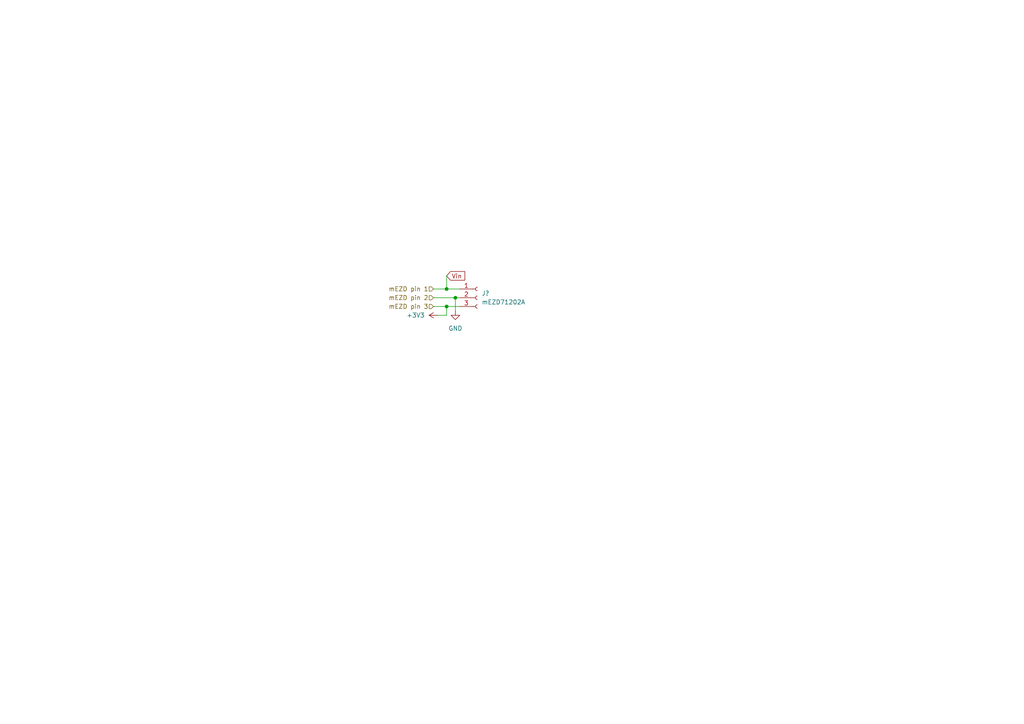
<source format=kicad_sch>
(kicad_sch (version 20211123) (generator eeschema)

  (uuid 8e2da604-2b30-405a-9c36-34a4ab6a7563)

  (paper "A4")

  (lib_symbols
    (symbol "Connector:Conn_01x03_Female" (pin_names (offset 1.016) hide) (in_bom yes) (on_board yes)
      (property "Reference" "J" (id 0) (at 0 5.08 0)
        (effects (font (size 1.27 1.27)))
      )
      (property "Value" "Conn_01x03_Female" (id 1) (at 0 -5.08 0)
        (effects (font (size 1.27 1.27)))
      )
      (property "Footprint" "" (id 2) (at 0 0 0)
        (effects (font (size 1.27 1.27)) hide)
      )
      (property "Datasheet" "~" (id 3) (at 0 0 0)
        (effects (font (size 1.27 1.27)) hide)
      )
      (property "ki_keywords" "connector" (id 4) (at 0 0 0)
        (effects (font (size 1.27 1.27)) hide)
      )
      (property "ki_description" "Generic connector, single row, 01x03, script generated (kicad-library-utils/schlib/autogen/connector/)" (id 5) (at 0 0 0)
        (effects (font (size 1.27 1.27)) hide)
      )
      (property "ki_fp_filters" "Connector*:*_1x??_*" (id 6) (at 0 0 0)
        (effects (font (size 1.27 1.27)) hide)
      )
      (symbol "Conn_01x03_Female_1_1"
        (arc (start 0 -2.032) (mid -0.508 -2.54) (end 0 -3.048)
          (stroke (width 0.1524) (type default) (color 0 0 0 0))
          (fill (type none))
        )
        (polyline
          (pts
            (xy -1.27 -2.54)
            (xy -0.508 -2.54)
          )
          (stroke (width 0.1524) (type default) (color 0 0 0 0))
          (fill (type none))
        )
        (polyline
          (pts
            (xy -1.27 0)
            (xy -0.508 0)
          )
          (stroke (width 0.1524) (type default) (color 0 0 0 0))
          (fill (type none))
        )
        (polyline
          (pts
            (xy -1.27 2.54)
            (xy -0.508 2.54)
          )
          (stroke (width 0.1524) (type default) (color 0 0 0 0))
          (fill (type none))
        )
        (arc (start 0 0.508) (mid -0.508 0) (end 0 -0.508)
          (stroke (width 0.1524) (type default) (color 0 0 0 0))
          (fill (type none))
        )
        (arc (start 0 3.048) (mid -0.508 2.54) (end 0 2.032)
          (stroke (width 0.1524) (type default) (color 0 0 0 0))
          (fill (type none))
        )
        (pin passive line (at -5.08 2.54 0) (length 3.81)
          (name "Pin_1" (effects (font (size 1.27 1.27))))
          (number "1" (effects (font (size 1.27 1.27))))
        )
        (pin passive line (at -5.08 0 0) (length 3.81)
          (name "Pin_2" (effects (font (size 1.27 1.27))))
          (number "2" (effects (font (size 1.27 1.27))))
        )
        (pin passive line (at -5.08 -2.54 0) (length 3.81)
          (name "Pin_3" (effects (font (size 1.27 1.27))))
          (number "3" (effects (font (size 1.27 1.27))))
        )
      )
    )
    (symbol "power:+3.3V" (power) (pin_names (offset 0)) (in_bom yes) (on_board yes)
      (property "Reference" "#PWR" (id 0) (at 0 -3.81 0)
        (effects (font (size 1.27 1.27)) hide)
      )
      (property "Value" "+3.3V" (id 1) (at 0 3.556 0)
        (effects (font (size 1.27 1.27)))
      )
      (property "Footprint" "" (id 2) (at 0 0 0)
        (effects (font (size 1.27 1.27)) hide)
      )
      (property "Datasheet" "" (id 3) (at 0 0 0)
        (effects (font (size 1.27 1.27)) hide)
      )
      (property "ki_keywords" "power-flag" (id 4) (at 0 0 0)
        (effects (font (size 1.27 1.27)) hide)
      )
      (property "ki_description" "Power symbol creates a global label with name \"+3.3V\"" (id 5) (at 0 0 0)
        (effects (font (size 1.27 1.27)) hide)
      )
      (symbol "+3.3V_0_1"
        (polyline
          (pts
            (xy -0.762 1.27)
            (xy 0 2.54)
          )
          (stroke (width 0) (type default) (color 0 0 0 0))
          (fill (type none))
        )
        (polyline
          (pts
            (xy 0 0)
            (xy 0 2.54)
          )
          (stroke (width 0) (type default) (color 0 0 0 0))
          (fill (type none))
        )
        (polyline
          (pts
            (xy 0 2.54)
            (xy 0.762 1.27)
          )
          (stroke (width 0) (type default) (color 0 0 0 0))
          (fill (type none))
        )
      )
      (symbol "+3.3V_1_1"
        (pin power_in line (at 0 0 90) (length 0) hide
          (name "+3V3" (effects (font (size 1.27 1.27))))
          (number "1" (effects (font (size 1.27 1.27))))
        )
      )
    )
    (symbol "power:GND" (power) (pin_names (offset 0)) (in_bom yes) (on_board yes)
      (property "Reference" "#PWR" (id 0) (at 0 -6.35 0)
        (effects (font (size 1.27 1.27)) hide)
      )
      (property "Value" "GND" (id 1) (at 0 -3.81 0)
        (effects (font (size 1.27 1.27)))
      )
      (property "Footprint" "" (id 2) (at 0 0 0)
        (effects (font (size 1.27 1.27)) hide)
      )
      (property "Datasheet" "" (id 3) (at 0 0 0)
        (effects (font (size 1.27 1.27)) hide)
      )
      (property "ki_keywords" "power-flag" (id 4) (at 0 0 0)
        (effects (font (size 1.27 1.27)) hide)
      )
      (property "ki_description" "Power symbol creates a global label with name \"GND\" , ground" (id 5) (at 0 0 0)
        (effects (font (size 1.27 1.27)) hide)
      )
      (symbol "GND_0_1"
        (polyline
          (pts
            (xy 0 0)
            (xy 0 -1.27)
            (xy 1.27 -1.27)
            (xy 0 -2.54)
            (xy -1.27 -1.27)
            (xy 0 -1.27)
          )
          (stroke (width 0) (type default) (color 0 0 0 0))
          (fill (type none))
        )
      )
      (symbol "GND_1_1"
        (pin power_in line (at 0 0 270) (length 0) hide
          (name "GND" (effects (font (size 1.27 1.27))))
          (number "1" (effects (font (size 1.27 1.27))))
        )
      )
    )
  )

  (junction (at 129.54 83.82) (diameter 0) (color 0 0 0 0)
    (uuid 0892de48-ec00-47bb-94c0-f14160fc030b)
  )
  (junction (at 129.54 88.9) (diameter 0) (color 0 0 0 0)
    (uuid 588390b4-cc75-4c9d-b649-dffd8c1363e0)
  )
  (junction (at 132.08 86.36) (diameter 0) (color 0 0 0 0)
    (uuid a95c419a-7e3f-4201-bde8-e4ebe293850d)
  )

  (wire (pts (xy 129.54 80.01) (xy 129.54 83.82))
    (stroke (width 0) (type default) (color 0 0 0 0))
    (uuid 046c45e4-50f7-47b9-b45f-1623dc28e34e)
  )
  (wire (pts (xy 129.54 88.9) (xy 133.35 88.9))
    (stroke (width 0) (type default) (color 0 0 0 0))
    (uuid 45b82298-2926-479d-8cdf-2830217d5d8f)
  )
  (wire (pts (xy 129.54 91.44) (xy 129.54 88.9))
    (stroke (width 0) (type default) (color 0 0 0 0))
    (uuid 5732a4bb-0242-41fe-955d-5d360555f605)
  )
  (wire (pts (xy 132.08 86.36) (xy 133.35 86.36))
    (stroke (width 0) (type default) (color 0 0 0 0))
    (uuid 932522f7-370b-4856-b76f-03fc70822ab5)
  )
  (wire (pts (xy 132.08 86.36) (xy 132.08 90.17))
    (stroke (width 0) (type default) (color 0 0 0 0))
    (uuid 9cca92cd-b209-4ca3-b076-bd2285c58b28)
  )
  (wire (pts (xy 125.73 86.36) (xy 132.08 86.36))
    (stroke (width 0) (type default) (color 0 0 0 0))
    (uuid a4e2331a-5799-4a1d-a30a-9272e26f9438)
  )
  (wire (pts (xy 125.73 83.82) (xy 129.54 83.82))
    (stroke (width 0) (type default) (color 0 0 0 0))
    (uuid b9f6e486-6c63-4a36-8640-f6ff3fe94a78)
  )
  (wire (pts (xy 127 91.44) (xy 129.54 91.44))
    (stroke (width 0) (type default) (color 0 0 0 0))
    (uuid e78b4054-6313-4ddd-a62b-ea36d3c2658b)
  )
  (wire (pts (xy 129.54 83.82) (xy 133.35 83.82))
    (stroke (width 0) (type default) (color 0 0 0 0))
    (uuid f4fc03de-d237-4855-9746-a51033206e11)
  )
  (wire (pts (xy 125.73 88.9) (xy 129.54 88.9))
    (stroke (width 0) (type default) (color 0 0 0 0))
    (uuid f935c0a2-a568-4200-a42b-d286047c4951)
  )

  (global_label "Vin" (shape input) (at 129.54 80.01 0) (fields_autoplaced)
    (effects (font (size 1.27 1.27)) (justify left))
    (uuid 987625db-4f08-4484-9ffa-ec7188067c34)
    (property "Intersheet References" "${INTERSHEET_REFS}" (id 0) (at 134.7955 79.9306 0)
      (effects (font (size 1.27 1.27)) (justify left) hide)
    )
  )

  (hierarchical_label "mEZD pin 1" (shape input) (at 125.73 83.82 180)
    (effects (font (size 1.27 1.27)) (justify right))
    (uuid 3441b32d-5d7a-42a1-aac0-bab1f5f517ac)
  )
  (hierarchical_label "mEZD pin 3" (shape input) (at 125.73 88.9 180)
    (effects (font (size 1.27 1.27)) (justify right))
    (uuid 8ec88ec6-d67e-4ebb-a792-fe83751d4ee1)
  )
  (hierarchical_label "mEZD pin 2" (shape input) (at 125.73 86.36 180)
    (effects (font (size 1.27 1.27)) (justify right))
    (uuid 93a4685f-6d77-46b9-8a54-f90631380be6)
  )

  (symbol (lib_id "Connector:Conn_01x03_Female") (at 138.43 86.36 0) (unit 1)
    (in_bom yes) (on_board yes) (fields_autoplaced)
    (uuid 66112879-b59c-48ed-ac84-d74eba2c2d9e)
    (property "Reference" "J?" (id 0) (at 139.7 85.0899 0)
      (effects (font (size 1.27 1.27)) (justify left))
    )
    (property "Value" "mEZD71202A" (id 1) (at 139.7 87.6299 0)
      (effects (font (size 1.27 1.27)) (justify left))
    )
    (property "Footprint" "" (id 2) (at 138.43 86.36 0)
      (effects (font (size 1.27 1.27)) hide)
    )
    (property "Datasheet" "~" (id 3) (at 138.43 86.36 0)
      (effects (font (size 1.27 1.27)) hide)
    )
    (pin "1" (uuid aa04c354-f32e-4d05-bcfd-af4f436e0161))
    (pin "2" (uuid 4cabb097-60cd-4920-863a-ff1e4430009b))
    (pin "3" (uuid 5f020cf3-3edb-48de-b86e-8ce9eb058e93))
  )

  (symbol (lib_id "power:+3.3V") (at 127 91.44 90) (unit 1)
    (in_bom yes) (on_board yes) (fields_autoplaced)
    (uuid 7a1ddeb7-d976-4ad3-a13d-d0c267033b8f)
    (property "Reference" "#PWR?" (id 0) (at 130.81 91.44 0)
      (effects (font (size 1.27 1.27)) hide)
    )
    (property "Value" "+3.3V" (id 1) (at 123.19 91.4399 90)
      (effects (font (size 1.27 1.27)) (justify left))
    )
    (property "Footprint" "" (id 2) (at 127 91.44 0)
      (effects (font (size 1.27 1.27)) hide)
    )
    (property "Datasheet" "" (id 3) (at 127 91.44 0)
      (effects (font (size 1.27 1.27)) hide)
    )
    (pin "1" (uuid f7991002-d822-4a6e-b47a-8e37afbf74b7))
  )

  (symbol (lib_id "power:GND") (at 132.08 90.17 0) (unit 1)
    (in_bom yes) (on_board yes) (fields_autoplaced)
    (uuid dbdb2c07-6f21-463f-84dd-c73c0a527e0b)
    (property "Reference" "#PWR?" (id 0) (at 132.08 96.52 0)
      (effects (font (size 1.27 1.27)) hide)
    )
    (property "Value" "GND" (id 1) (at 132.08 95.25 0))
    (property "Footprint" "" (id 2) (at 132.08 90.17 0)
      (effects (font (size 1.27 1.27)) hide)
    )
    (property "Datasheet" "" (id 3) (at 132.08 90.17 0)
      (effects (font (size 1.27 1.27)) hide)
    )
    (pin "1" (uuid a4ff0f95-bb3e-446f-81a3-30fabbd036b4))
  )
)

</source>
